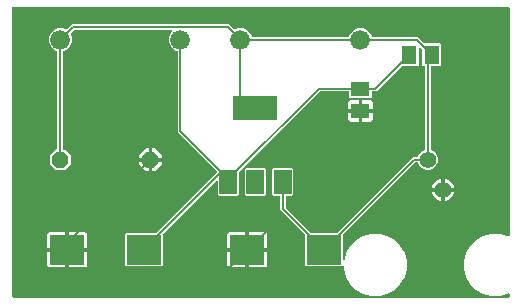
<source format=gbr>
G04 EAGLE Gerber RS-274X export*
G75*
%MOMM*%
%FSLAX34Y34*%
%LPD*%
%INTop Copper*%
%IPPOS*%
%AMOC8*
5,1,8,0,0,1.08239X$1,22.5*%
G01*
%ADD10P,1.539592X8X22.500000*%
%ADD11R,2.900000X2.500000*%
%ADD12C,1.676400*%
%ADD13R,1.500000X2.000000*%
%ADD14R,3.800000X2.000000*%
%ADD15R,1.300000X1.600000*%
%ADD16R,1.600000X1.300000*%
%ADD17C,1.397000*%
%ADD18C,0.152400*%

G36*
X430298Y10164D02*
X430298Y10164D01*
X430317Y10162D01*
X430419Y10184D01*
X430521Y10200D01*
X430538Y10210D01*
X430558Y10214D01*
X430647Y10267D01*
X430738Y10316D01*
X430752Y10330D01*
X430769Y10340D01*
X430836Y10419D01*
X430908Y10494D01*
X430916Y10512D01*
X430929Y10527D01*
X430968Y10623D01*
X431011Y10717D01*
X431013Y10737D01*
X431021Y10755D01*
X431039Y10922D01*
X431039Y13171D01*
X431024Y13265D01*
X431015Y13360D01*
X431004Y13386D01*
X431000Y13414D01*
X430955Y13498D01*
X430917Y13586D01*
X430898Y13606D01*
X430884Y13631D01*
X430815Y13697D01*
X430751Y13768D01*
X430727Y13781D01*
X430706Y13801D01*
X430620Y13841D01*
X430536Y13887D01*
X430509Y13892D01*
X430483Y13904D01*
X430388Y13915D01*
X430295Y13932D01*
X430267Y13928D01*
X430239Y13931D01*
X430145Y13911D01*
X430051Y13898D01*
X430019Y13884D01*
X429998Y13879D01*
X429970Y13862D01*
X429897Y13830D01*
X429296Y13484D01*
X422578Y11683D01*
X415622Y11683D01*
X408903Y13484D01*
X402880Y16961D01*
X397961Y21880D01*
X394484Y27903D01*
X392683Y34622D01*
X392683Y41578D01*
X394484Y48297D01*
X397961Y54320D01*
X402880Y59239D01*
X408903Y62716D01*
X415622Y64517D01*
X422578Y64517D01*
X429296Y62716D01*
X429897Y62370D01*
X429987Y62336D01*
X430073Y62296D01*
X430101Y62293D01*
X430127Y62283D01*
X430223Y62279D01*
X430317Y62269D01*
X430345Y62275D01*
X430373Y62274D01*
X430465Y62301D01*
X430558Y62321D01*
X430582Y62335D01*
X430609Y62343D01*
X430687Y62398D01*
X430769Y62447D01*
X430787Y62468D01*
X430810Y62485D01*
X430867Y62561D01*
X430929Y62634D01*
X430939Y62660D01*
X430956Y62683D01*
X430985Y62773D01*
X431021Y62862D01*
X431025Y62897D01*
X431031Y62917D01*
X431031Y62950D01*
X431039Y63029D01*
X431039Y255678D01*
X431036Y255698D01*
X431038Y255717D01*
X431016Y255819D01*
X431000Y255921D01*
X430990Y255938D01*
X430986Y255958D01*
X430933Y256047D01*
X430884Y256138D01*
X430870Y256152D01*
X430860Y256169D01*
X430781Y256236D01*
X430706Y256308D01*
X430688Y256316D01*
X430673Y256329D01*
X430577Y256368D01*
X430483Y256411D01*
X430463Y256413D01*
X430445Y256421D01*
X430278Y256439D01*
X10922Y256439D01*
X10902Y256436D01*
X10883Y256438D01*
X10781Y256416D01*
X10679Y256400D01*
X10662Y256390D01*
X10642Y256386D01*
X10553Y256333D01*
X10462Y256284D01*
X10448Y256270D01*
X10431Y256260D01*
X10364Y256181D01*
X10292Y256106D01*
X10284Y256088D01*
X10271Y256073D01*
X10232Y255977D01*
X10189Y255883D01*
X10187Y255863D01*
X10179Y255845D01*
X10161Y255678D01*
X10161Y10922D01*
X10164Y10902D01*
X10162Y10883D01*
X10184Y10781D01*
X10200Y10679D01*
X10210Y10662D01*
X10214Y10642D01*
X10267Y10553D01*
X10316Y10462D01*
X10330Y10448D01*
X10340Y10431D01*
X10419Y10364D01*
X10494Y10292D01*
X10512Y10284D01*
X10527Y10271D01*
X10623Y10232D01*
X10717Y10189D01*
X10737Y10187D01*
X10755Y10179D01*
X10922Y10161D01*
X430278Y10161D01*
X430298Y10164D01*
G37*
%LPC*%
G36*
X314022Y11683D02*
X314022Y11683D01*
X307303Y13484D01*
X301280Y16961D01*
X296361Y21880D01*
X292884Y27903D01*
X291083Y34622D01*
X291083Y37089D01*
X291072Y37160D01*
X291070Y37232D01*
X291052Y37281D01*
X291044Y37332D01*
X291010Y37395D01*
X290985Y37463D01*
X290953Y37503D01*
X290928Y37549D01*
X290876Y37599D01*
X290832Y37655D01*
X290788Y37683D01*
X290750Y37719D01*
X290685Y37749D01*
X290625Y37788D01*
X290574Y37800D01*
X290527Y37822D01*
X290456Y37830D01*
X290386Y37848D01*
X290334Y37844D01*
X290283Y37849D01*
X290212Y37834D01*
X290141Y37829D01*
X290093Y37808D01*
X290042Y37797D01*
X289981Y37760D01*
X289915Y37732D01*
X289859Y37687D01*
X289831Y37671D01*
X289816Y37653D01*
X289784Y37627D01*
X288932Y36775D01*
X258668Y36775D01*
X257775Y37668D01*
X257775Y63287D01*
X257761Y63378D01*
X257753Y63468D01*
X257741Y63498D01*
X257736Y63530D01*
X257693Y63611D01*
X257657Y63695D01*
X257631Y63727D01*
X257620Y63748D01*
X257597Y63770D01*
X257552Y63826D01*
X236981Y84397D01*
X236981Y95914D01*
X236978Y95934D01*
X236980Y95953D01*
X236958Y96055D01*
X236942Y96157D01*
X236932Y96174D01*
X236928Y96194D01*
X236875Y96283D01*
X236826Y96374D01*
X236812Y96388D01*
X236802Y96405D01*
X236723Y96472D01*
X236648Y96544D01*
X236630Y96552D01*
X236615Y96565D01*
X236519Y96604D01*
X236425Y96647D01*
X236405Y96649D01*
X236387Y96657D01*
X236220Y96675D01*
X230768Y96675D01*
X229875Y97568D01*
X229875Y118832D01*
X230768Y119725D01*
X247032Y119725D01*
X247925Y118832D01*
X247925Y97568D01*
X247032Y96675D01*
X242316Y96675D01*
X242296Y96672D01*
X242277Y96674D01*
X242175Y96652D01*
X242073Y96636D01*
X242056Y96626D01*
X242036Y96622D01*
X241947Y96569D01*
X241856Y96520D01*
X241842Y96506D01*
X241825Y96496D01*
X241758Y96417D01*
X241686Y96342D01*
X241678Y96324D01*
X241665Y96309D01*
X241626Y96213D01*
X241583Y96119D01*
X241581Y96099D01*
X241573Y96081D01*
X241555Y95914D01*
X241555Y86607D01*
X241569Y86516D01*
X241577Y86426D01*
X241589Y86396D01*
X241594Y86364D01*
X241637Y86283D01*
X241673Y86199D01*
X241699Y86167D01*
X241710Y86146D01*
X241733Y86124D01*
X241778Y86068D01*
X262798Y65048D01*
X262872Y64995D01*
X262942Y64935D01*
X262972Y64923D01*
X262998Y64904D01*
X263085Y64877D01*
X263170Y64843D01*
X263211Y64839D01*
X263233Y64832D01*
X263265Y64833D01*
X263337Y64825D01*
X284276Y64825D01*
X284366Y64839D01*
X284457Y64847D01*
X284486Y64859D01*
X284518Y64864D01*
X284599Y64907D01*
X284683Y64943D01*
X284715Y64969D01*
X284736Y64980D01*
X284758Y65003D01*
X284814Y65048D01*
X349053Y129287D01*
X353178Y129287D01*
X353292Y129306D01*
X353409Y129323D01*
X353414Y129325D01*
X353420Y129326D01*
X353523Y129381D01*
X353628Y129434D01*
X353632Y129439D01*
X353638Y129442D01*
X353718Y129526D01*
X353800Y129610D01*
X353804Y129616D01*
X353807Y129620D01*
X353815Y129637D01*
X353881Y129757D01*
X354736Y131820D01*
X357130Y134214D01*
X359193Y135069D01*
X359293Y135131D01*
X359349Y135161D01*
X359358Y135170D01*
X359393Y135191D01*
X359397Y135195D01*
X359402Y135199D01*
X359477Y135289D01*
X359553Y135377D01*
X359555Y135383D01*
X359559Y135388D01*
X359601Y135497D01*
X359645Y135606D01*
X359646Y135613D01*
X359647Y135618D01*
X359648Y135636D01*
X359663Y135772D01*
X359663Y205614D01*
X359660Y205634D01*
X359662Y205653D01*
X359640Y205755D01*
X359624Y205857D01*
X359614Y205874D01*
X359610Y205894D01*
X359557Y205983D01*
X359508Y206074D01*
X359494Y206088D01*
X359484Y206105D01*
X359405Y206172D01*
X359330Y206244D01*
X359312Y206252D01*
X359297Y206265D01*
X359201Y206304D01*
X359107Y206347D01*
X359087Y206349D01*
X359069Y206357D01*
X358902Y206375D01*
X357968Y206375D01*
X357075Y207268D01*
X357075Y220376D01*
X357061Y220466D01*
X357053Y220557D01*
X357041Y220586D01*
X357036Y220618D01*
X356993Y220699D01*
X356957Y220783D01*
X356931Y220815D01*
X356920Y220836D01*
X356897Y220858D01*
X356852Y220914D01*
X355424Y222342D01*
X355366Y222384D01*
X355314Y222433D01*
X355267Y222455D01*
X355225Y222485D01*
X355156Y222506D01*
X355091Y222537D01*
X355039Y222542D01*
X354989Y222558D01*
X354918Y222556D01*
X354847Y222564D01*
X354796Y222553D01*
X354744Y222551D01*
X354676Y222527D01*
X354606Y222512D01*
X354562Y222485D01*
X354513Y222467D01*
X354457Y222422D01*
X354395Y222385D01*
X354361Y222346D01*
X354321Y222313D01*
X354282Y222253D01*
X354235Y222198D01*
X354216Y222150D01*
X354188Y222106D01*
X354170Y222037D01*
X354143Y221970D01*
X354135Y221899D01*
X354127Y221868D01*
X354129Y221844D01*
X354125Y221804D01*
X354125Y207268D01*
X353232Y206375D01*
X340124Y206375D01*
X340034Y206361D01*
X339943Y206353D01*
X339914Y206341D01*
X339882Y206336D01*
X339801Y206293D01*
X339717Y206257D01*
X339685Y206231D01*
X339664Y206220D01*
X339642Y206197D01*
X339586Y206152D01*
X318447Y185013D01*
X315086Y185013D01*
X315066Y185010D01*
X315047Y185012D01*
X314945Y184990D01*
X314843Y184974D01*
X314826Y184964D01*
X314806Y184960D01*
X314717Y184907D01*
X314626Y184858D01*
X314612Y184844D01*
X314595Y184834D01*
X314528Y184755D01*
X314456Y184680D01*
X314448Y184662D01*
X314435Y184647D01*
X314396Y184551D01*
X314353Y184457D01*
X314351Y184437D01*
X314343Y184419D01*
X314325Y184252D01*
X314325Y180168D01*
X313432Y179275D01*
X296168Y179275D01*
X295275Y180168D01*
X295275Y184252D01*
X295272Y184272D01*
X295274Y184291D01*
X295252Y184393D01*
X295236Y184495D01*
X295226Y184512D01*
X295222Y184532D01*
X295169Y184621D01*
X295120Y184712D01*
X295106Y184726D01*
X295096Y184743D01*
X295017Y184810D01*
X294942Y184882D01*
X294924Y184890D01*
X294909Y184903D01*
X294813Y184942D01*
X294719Y184985D01*
X294699Y184987D01*
X294681Y184995D01*
X294514Y185013D01*
X270763Y185013D01*
X270672Y184999D01*
X270582Y184991D01*
X270552Y184979D01*
X270520Y184974D01*
X270439Y184931D01*
X270355Y184895D01*
X270323Y184869D01*
X270302Y184858D01*
X270280Y184835D01*
X270224Y184790D01*
X202148Y116714D01*
X202095Y116640D01*
X202035Y116570D01*
X202023Y116540D01*
X202004Y116514D01*
X201977Y116427D01*
X201943Y116342D01*
X201939Y116301D01*
X201932Y116279D01*
X201933Y116247D01*
X201925Y116176D01*
X201925Y97568D01*
X201032Y96675D01*
X184768Y96675D01*
X183875Y97568D01*
X183875Y108700D01*
X183864Y108770D01*
X183862Y108842D01*
X183844Y108891D01*
X183836Y108942D01*
X183802Y109006D01*
X183777Y109073D01*
X183745Y109114D01*
X183720Y109160D01*
X183668Y109209D01*
X183624Y109265D01*
X183580Y109293D01*
X183542Y109329D01*
X183477Y109359D01*
X183417Y109398D01*
X183366Y109411D01*
X183319Y109433D01*
X183248Y109441D01*
X183178Y109458D01*
X183126Y109454D01*
X183075Y109460D01*
X183004Y109445D01*
X182933Y109439D01*
X182885Y109419D01*
X182834Y109408D01*
X182773Y109371D01*
X182707Y109343D01*
X182651Y109298D01*
X182623Y109281D01*
X182608Y109264D01*
X182576Y109238D01*
X137648Y64310D01*
X137595Y64236D01*
X137535Y64166D01*
X137523Y64136D01*
X137504Y64110D01*
X137477Y64023D01*
X137443Y63938D01*
X137439Y63897D01*
X137432Y63875D01*
X137433Y63843D01*
X137425Y63771D01*
X137425Y37668D01*
X136532Y36775D01*
X106268Y36775D01*
X105375Y37668D01*
X105375Y63932D01*
X106268Y64825D01*
X131379Y64825D01*
X131470Y64839D01*
X131560Y64847D01*
X131590Y64859D01*
X131622Y64864D01*
X131703Y64907D01*
X131787Y64943D01*
X131819Y64969D01*
X131840Y64980D01*
X131862Y65003D01*
X131918Y65048D01*
X183080Y116210D01*
X183091Y116226D01*
X183107Y116238D01*
X183136Y116284D01*
X183159Y116308D01*
X183174Y116341D01*
X183223Y116409D01*
X183229Y116428D01*
X183240Y116445D01*
X183260Y116527D01*
X183262Y116531D01*
X183263Y116537D01*
X183265Y116546D01*
X183296Y116645D01*
X183295Y116664D01*
X183300Y116684D01*
X183292Y116787D01*
X183289Y116890D01*
X183282Y116909D01*
X183281Y116929D01*
X183241Y117024D01*
X183205Y117121D01*
X183192Y117137D01*
X183185Y117155D01*
X183080Y117286D01*
X150113Y150253D01*
X150113Y218316D01*
X150094Y218430D01*
X150077Y218547D01*
X150075Y218552D01*
X150074Y218558D01*
X150019Y218661D01*
X149966Y218766D01*
X149961Y218770D01*
X149958Y218776D01*
X149874Y218856D01*
X149790Y218938D01*
X149784Y218942D01*
X149780Y218945D01*
X149763Y218953D01*
X149643Y219019D01*
X146788Y220201D01*
X144001Y222988D01*
X142493Y226629D01*
X142493Y230571D01*
X144001Y234212D01*
X145472Y235682D01*
X145513Y235740D01*
X145563Y235792D01*
X145585Y235839D01*
X145615Y235881D01*
X145636Y235950D01*
X145666Y236015D01*
X145672Y236067D01*
X145687Y236117D01*
X145686Y236188D01*
X145693Y236259D01*
X145682Y236310D01*
X145681Y236362D01*
X145656Y236430D01*
X145641Y236500D01*
X145614Y236545D01*
X145597Y236593D01*
X145552Y236649D01*
X145515Y236711D01*
X145475Y236745D01*
X145443Y236785D01*
X145383Y236824D01*
X145328Y236871D01*
X145280Y236890D01*
X145236Y236918D01*
X145167Y236936D01*
X145100Y236963D01*
X145029Y236971D01*
X144997Y236979D01*
X144974Y236977D01*
X144933Y236981D01*
X62731Y236981D01*
X62640Y236967D01*
X62550Y236959D01*
X62520Y236947D01*
X62488Y236942D01*
X62407Y236899D01*
X62323Y236863D01*
X62291Y236837D01*
X62270Y236826D01*
X62248Y236803D01*
X62192Y236758D01*
X59689Y234255D01*
X59621Y234161D01*
X59551Y234067D01*
X59549Y234061D01*
X59546Y234056D01*
X59511Y233944D01*
X59475Y233833D01*
X59475Y233826D01*
X59473Y233820D01*
X59476Y233704D01*
X59477Y233587D01*
X59479Y233580D01*
X59480Y233575D01*
X59486Y233557D01*
X59524Y233426D01*
X60707Y230571D01*
X60707Y226629D01*
X59199Y222988D01*
X56412Y220201D01*
X53049Y218808D01*
X52949Y218747D01*
X52849Y218687D01*
X52845Y218682D01*
X52840Y218679D01*
X52765Y218589D01*
X52689Y218500D01*
X52687Y218494D01*
X52683Y218489D01*
X52641Y218381D01*
X52597Y218272D01*
X52596Y218264D01*
X52595Y218260D01*
X52594Y218241D01*
X52579Y218105D01*
X52579Y136398D01*
X52582Y136378D01*
X52580Y136359D01*
X52602Y136257D01*
X52618Y136155D01*
X52628Y136138D01*
X52632Y136118D01*
X52685Y136029D01*
X52734Y135938D01*
X52748Y135924D01*
X52758Y135907D01*
X52837Y135840D01*
X52912Y135768D01*
X52930Y135760D01*
X52945Y135747D01*
X53041Y135708D01*
X53135Y135665D01*
X53155Y135663D01*
X53173Y135655D01*
X53340Y135637D01*
X54377Y135637D01*
X59437Y130577D01*
X59437Y123423D01*
X54377Y118363D01*
X47223Y118363D01*
X42163Y123423D01*
X42163Y130577D01*
X47223Y135637D01*
X47244Y135637D01*
X47264Y135640D01*
X47283Y135638D01*
X47385Y135660D01*
X47487Y135676D01*
X47504Y135686D01*
X47524Y135690D01*
X47613Y135743D01*
X47704Y135792D01*
X47718Y135806D01*
X47735Y135816D01*
X47802Y135895D01*
X47874Y135970D01*
X47882Y135988D01*
X47895Y136003D01*
X47934Y136099D01*
X47977Y136193D01*
X47979Y136213D01*
X47987Y136231D01*
X48005Y136398D01*
X48005Y218526D01*
X47986Y218641D01*
X47969Y218757D01*
X47967Y218763D01*
X47966Y218769D01*
X47911Y218871D01*
X47858Y218976D01*
X47853Y218981D01*
X47850Y218986D01*
X47766Y219066D01*
X47682Y219148D01*
X47676Y219152D01*
X47672Y219155D01*
X47655Y219163D01*
X47535Y219229D01*
X45188Y220201D01*
X42401Y222988D01*
X40893Y226629D01*
X40893Y230571D01*
X42401Y234212D01*
X45188Y236999D01*
X48829Y238507D01*
X52771Y238507D01*
X55626Y237324D01*
X55739Y237297D01*
X55853Y237269D01*
X55859Y237269D01*
X55865Y237268D01*
X55982Y237279D01*
X56098Y237288D01*
X56104Y237290D01*
X56110Y237291D01*
X56218Y237339D01*
X56324Y237384D01*
X56330Y237389D01*
X56335Y237391D01*
X56348Y237404D01*
X56455Y237489D01*
X60521Y241555D01*
X193479Y241555D01*
X195042Y239992D01*
X197545Y237489D01*
X197639Y237421D01*
X197733Y237351D01*
X197739Y237349D01*
X197744Y237346D01*
X197856Y237311D01*
X197967Y237275D01*
X197974Y237275D01*
X197980Y237273D01*
X198096Y237276D01*
X198213Y237277D01*
X198220Y237279D01*
X198225Y237280D01*
X198243Y237286D01*
X198374Y237324D01*
X201229Y238507D01*
X205171Y238507D01*
X208812Y236999D01*
X211599Y234212D01*
X212781Y231357D01*
X212843Y231257D01*
X212903Y231157D01*
X212907Y231153D01*
X212911Y231148D01*
X213001Y231073D01*
X213090Y230997D01*
X213095Y230995D01*
X213100Y230991D01*
X213209Y230949D01*
X213318Y230905D01*
X213325Y230904D01*
X213330Y230903D01*
X213348Y230902D01*
X213484Y230887D01*
X294516Y230887D01*
X294630Y230906D01*
X294747Y230923D01*
X294752Y230925D01*
X294758Y230926D01*
X294861Y230981D01*
X294966Y231034D01*
X294970Y231039D01*
X294976Y231042D01*
X295056Y231126D01*
X295138Y231210D01*
X295142Y231216D01*
X295145Y231220D01*
X295153Y231237D01*
X295219Y231357D01*
X296401Y234212D01*
X299188Y236999D01*
X302829Y238507D01*
X306771Y238507D01*
X310412Y236999D01*
X313199Y234212D01*
X314381Y231357D01*
X314443Y231257D01*
X314503Y231157D01*
X314507Y231153D01*
X314511Y231148D01*
X314601Y231073D01*
X314690Y230997D01*
X314695Y230995D01*
X314700Y230991D01*
X314809Y230949D01*
X314918Y230905D01*
X314925Y230904D01*
X314930Y230903D01*
X314948Y230902D01*
X315084Y230887D01*
X353347Y230887D01*
X354910Y229324D01*
X358586Y225648D01*
X358660Y225595D01*
X358730Y225535D01*
X358760Y225523D01*
X358786Y225504D01*
X358873Y225477D01*
X358958Y225443D01*
X358999Y225439D01*
X359021Y225432D01*
X359053Y225433D01*
X359124Y225425D01*
X372232Y225425D01*
X373125Y224532D01*
X373125Y207268D01*
X372232Y206375D01*
X364998Y206375D01*
X364978Y206372D01*
X364959Y206374D01*
X364857Y206352D01*
X364755Y206336D01*
X364738Y206326D01*
X364718Y206322D01*
X364629Y206269D01*
X364538Y206220D01*
X364524Y206206D01*
X364507Y206196D01*
X364440Y206117D01*
X364368Y206042D01*
X364360Y206024D01*
X364347Y206009D01*
X364308Y205913D01*
X364265Y205819D01*
X364263Y205799D01*
X364255Y205781D01*
X364237Y205614D01*
X364237Y135772D01*
X364256Y135658D01*
X364273Y135541D01*
X364275Y135536D01*
X364276Y135530D01*
X364331Y135427D01*
X364384Y135322D01*
X364389Y135318D01*
X364392Y135312D01*
X364428Y135277D01*
X364429Y135276D01*
X364434Y135272D01*
X364476Y135232D01*
X364560Y135150D01*
X364566Y135146D01*
X364570Y135143D01*
X364587Y135135D01*
X364607Y135124D01*
X364616Y135116D01*
X364635Y135109D01*
X364707Y135069D01*
X366770Y134214D01*
X369164Y131820D01*
X370460Y128693D01*
X370460Y125307D01*
X369164Y122180D01*
X366770Y119786D01*
X363643Y118490D01*
X360257Y118490D01*
X357130Y119786D01*
X354736Y122180D01*
X353881Y124243D01*
X353819Y124343D01*
X353759Y124443D01*
X353755Y124447D01*
X353751Y124452D01*
X353661Y124527D01*
X353573Y124603D01*
X353567Y124605D01*
X353562Y124609D01*
X353453Y124651D01*
X353344Y124695D01*
X353337Y124696D01*
X353332Y124697D01*
X353314Y124698D01*
X353178Y124713D01*
X351263Y124713D01*
X351172Y124699D01*
X351082Y124691D01*
X351052Y124679D01*
X351020Y124674D01*
X350939Y124631D01*
X350855Y124595D01*
X350823Y124569D01*
X350802Y124558D01*
X350780Y124535D01*
X350724Y124490D01*
X290048Y63814D01*
X289995Y63740D01*
X289935Y63670D01*
X289923Y63640D01*
X289904Y63614D01*
X289877Y63527D01*
X289843Y63442D01*
X289839Y63401D01*
X289832Y63379D01*
X289833Y63347D01*
X289825Y63276D01*
X289825Y42663D01*
X289829Y42639D01*
X289826Y42615D01*
X289848Y42518D01*
X289864Y42420D01*
X289876Y42399D01*
X289881Y42376D01*
X289933Y42291D01*
X289980Y42203D01*
X289997Y42186D01*
X290010Y42166D01*
X290086Y42102D01*
X290158Y42034D01*
X290180Y42023D01*
X290198Y42008D01*
X290291Y41972D01*
X290381Y41930D01*
X290405Y41927D01*
X290427Y41919D01*
X290527Y41914D01*
X290625Y41903D01*
X290649Y41908D01*
X290673Y41907D01*
X290769Y41934D01*
X290866Y41955D01*
X290886Y41967D01*
X290910Y41974D01*
X290992Y42030D01*
X291077Y42081D01*
X291093Y42100D01*
X291112Y42113D01*
X291172Y42193D01*
X291237Y42268D01*
X291246Y42291D01*
X291260Y42310D01*
X291321Y42466D01*
X292884Y48297D01*
X296361Y54320D01*
X301280Y59239D01*
X307303Y62716D01*
X314022Y64517D01*
X320978Y64517D01*
X327697Y62716D01*
X333720Y59239D01*
X338639Y54320D01*
X342116Y48297D01*
X343917Y41578D01*
X343917Y34622D01*
X342116Y27903D01*
X338639Y21880D01*
X333720Y16961D01*
X327697Y13484D01*
X320978Y11683D01*
X314022Y11683D01*
G37*
%LPD*%
%LPC*%
G36*
X207768Y96675D02*
X207768Y96675D01*
X206875Y97568D01*
X206875Y118832D01*
X207768Y119725D01*
X224032Y119725D01*
X224925Y118832D01*
X224925Y97568D01*
X224032Y96675D01*
X207768Y96675D01*
G37*
%LPD*%
%LPC*%
G36*
X57923Y52323D02*
X57923Y52323D01*
X57923Y65841D01*
X71234Y65841D01*
X71881Y65668D01*
X72460Y65333D01*
X72933Y64860D01*
X73268Y64281D01*
X73441Y63634D01*
X73441Y52323D01*
X57923Y52323D01*
G37*
%LPD*%
%LPC*%
G36*
X210323Y52323D02*
X210323Y52323D01*
X210323Y65841D01*
X223634Y65841D01*
X224281Y65668D01*
X224860Y65333D01*
X225333Y64860D01*
X225668Y64281D01*
X225841Y63634D01*
X225841Y52323D01*
X210323Y52323D01*
G37*
%LPD*%
%LPC*%
G36*
X39359Y52323D02*
X39359Y52323D01*
X39359Y63634D01*
X39532Y64281D01*
X39867Y64860D01*
X40340Y65333D01*
X40919Y65668D01*
X41566Y65841D01*
X54877Y65841D01*
X54877Y52323D01*
X39359Y52323D01*
G37*
%LPD*%
%LPC*%
G36*
X191759Y52323D02*
X191759Y52323D01*
X191759Y63634D01*
X191932Y64281D01*
X192267Y64860D01*
X192740Y65333D01*
X193319Y65668D01*
X193966Y65841D01*
X207277Y65841D01*
X207277Y52323D01*
X191759Y52323D01*
G37*
%LPD*%
%LPC*%
G36*
X210323Y35759D02*
X210323Y35759D01*
X210323Y49277D01*
X225841Y49277D01*
X225841Y37966D01*
X225668Y37319D01*
X225333Y36740D01*
X224860Y36267D01*
X224281Y35932D01*
X223634Y35759D01*
X210323Y35759D01*
G37*
%LPD*%
%LPC*%
G36*
X57923Y35759D02*
X57923Y35759D01*
X57923Y49277D01*
X73441Y49277D01*
X73441Y37966D01*
X73268Y37319D01*
X72933Y36740D01*
X72460Y36267D01*
X71881Y35932D01*
X71234Y35759D01*
X57923Y35759D01*
G37*
%LPD*%
%LPC*%
G36*
X193966Y35759D02*
X193966Y35759D01*
X193319Y35932D01*
X192740Y36267D01*
X192267Y36740D01*
X191932Y37319D01*
X191759Y37966D01*
X191759Y49277D01*
X207277Y49277D01*
X207277Y35759D01*
X193966Y35759D01*
G37*
%LPD*%
%LPC*%
G36*
X41566Y35759D02*
X41566Y35759D01*
X40919Y35932D01*
X40340Y36267D01*
X39867Y36740D01*
X39532Y37319D01*
X39359Y37966D01*
X39359Y49277D01*
X54877Y49277D01*
X54877Y35759D01*
X41566Y35759D01*
G37*
%LPD*%
%LPC*%
G36*
X306323Y169823D02*
X306323Y169823D01*
X306323Y177341D01*
X313134Y177341D01*
X313781Y177168D01*
X314360Y176833D01*
X314833Y176360D01*
X315168Y175781D01*
X315341Y175134D01*
X315341Y169823D01*
X306323Y169823D01*
G37*
%LPD*%
%LPC*%
G36*
X294259Y169823D02*
X294259Y169823D01*
X294259Y175134D01*
X294432Y175781D01*
X294767Y176360D01*
X295240Y176833D01*
X295819Y177168D01*
X296466Y177341D01*
X303277Y177341D01*
X303277Y169823D01*
X294259Y169823D01*
G37*
%LPD*%
%LPC*%
G36*
X306323Y159259D02*
X306323Y159259D01*
X306323Y166777D01*
X315341Y166777D01*
X315341Y161466D01*
X315168Y160819D01*
X314833Y160240D01*
X314360Y159767D01*
X313781Y159432D01*
X313134Y159259D01*
X306323Y159259D01*
G37*
%LPD*%
%LPC*%
G36*
X296466Y159259D02*
X296466Y159259D01*
X295819Y159432D01*
X295240Y159767D01*
X294767Y160240D01*
X294432Y160819D01*
X294259Y161466D01*
X294259Y166777D01*
X303277Y166777D01*
X303277Y159259D01*
X296466Y159259D01*
G37*
%LPD*%
%LPC*%
G36*
X128523Y128523D02*
X128523Y128523D01*
X128523Y136653D01*
X130998Y136653D01*
X136653Y130998D01*
X136653Y128523D01*
X128523Y128523D01*
G37*
%LPD*%
%LPC*%
G36*
X117347Y128523D02*
X117347Y128523D01*
X117347Y130998D01*
X123002Y136653D01*
X125477Y136653D01*
X125477Y128523D01*
X117347Y128523D01*
G37*
%LPD*%
%LPC*%
G36*
X128523Y117347D02*
X128523Y117347D01*
X128523Y125477D01*
X136653Y125477D01*
X136653Y123002D01*
X130998Y117347D01*
X128523Y117347D01*
G37*
%LPD*%
%LPC*%
G36*
X123002Y117347D02*
X123002Y117347D01*
X117347Y123002D01*
X117347Y125477D01*
X125477Y125477D01*
X125477Y117347D01*
X123002Y117347D01*
G37*
%LPD*%
%LPC*%
G36*
X376173Y103123D02*
X376173Y103123D01*
X376173Y111009D01*
X377429Y110760D01*
X379162Y110042D01*
X380722Y108999D01*
X382049Y107672D01*
X383092Y106112D01*
X383810Y104379D01*
X384059Y103123D01*
X376173Y103123D01*
G37*
%LPD*%
%LPC*%
G36*
X365241Y103123D02*
X365241Y103123D01*
X365490Y104379D01*
X366208Y106112D01*
X367251Y107672D01*
X368578Y108999D01*
X370138Y110042D01*
X371871Y110760D01*
X373127Y111009D01*
X373127Y103123D01*
X365241Y103123D01*
G37*
%LPD*%
%LPC*%
G36*
X376173Y100077D02*
X376173Y100077D01*
X384059Y100077D01*
X383810Y98821D01*
X383092Y97088D01*
X382049Y95528D01*
X380722Y94201D01*
X379162Y93158D01*
X377429Y92440D01*
X376173Y92191D01*
X376173Y100077D01*
G37*
%LPD*%
%LPC*%
G36*
X371871Y92440D02*
X371871Y92440D01*
X370138Y93158D01*
X368578Y94201D01*
X367251Y95528D01*
X366208Y97088D01*
X365490Y98821D01*
X365241Y100077D01*
X373127Y100077D01*
X373127Y92191D01*
X371871Y92440D01*
G37*
%LPD*%
%LPC*%
G36*
X126999Y126999D02*
X126999Y126999D01*
X126999Y127001D01*
X127001Y127001D01*
X127001Y126999D01*
X126999Y126999D01*
G37*
%LPD*%
%LPC*%
G36*
X374649Y101599D02*
X374649Y101599D01*
X374649Y101601D01*
X374651Y101601D01*
X374651Y101599D01*
X374649Y101599D01*
G37*
%LPD*%
%LPC*%
G36*
X304799Y168299D02*
X304799Y168299D01*
X304799Y168301D01*
X304801Y168301D01*
X304801Y168299D01*
X304799Y168299D01*
G37*
%LPD*%
%LPC*%
G36*
X208799Y50799D02*
X208799Y50799D01*
X208799Y50801D01*
X208801Y50801D01*
X208801Y50799D01*
X208799Y50799D01*
G37*
%LPD*%
%LPC*%
G36*
X56399Y50799D02*
X56399Y50799D01*
X56399Y50801D01*
X56401Y50801D01*
X56401Y50799D01*
X56399Y50799D01*
G37*
%LPD*%
D10*
X50800Y127000D03*
X127000Y127000D03*
D11*
X273800Y50800D03*
X208800Y50800D03*
X121400Y50800D03*
X56400Y50800D03*
D12*
X304800Y228600D03*
X203200Y228600D03*
X152400Y228600D03*
X50800Y228600D03*
D13*
X192900Y108200D03*
X215900Y108200D03*
X238900Y108200D03*
D14*
X215900Y171200D03*
D15*
X346100Y215900D03*
X365100Y215900D03*
D16*
X304800Y168300D03*
X304800Y187300D03*
D17*
X374650Y101600D03*
X361950Y127000D03*
D18*
X304800Y167640D02*
X277368Y167640D01*
X227076Y117348D01*
X227076Y68580D01*
X210312Y51816D01*
X304800Y167640D02*
X304800Y168300D01*
X210312Y51816D02*
X208800Y50800D01*
X57912Y51816D02*
X57912Y57912D01*
X70104Y70104D02*
X127000Y127000D01*
X70104Y70104D02*
X57912Y57912D01*
X57912Y51816D02*
X56400Y50800D01*
X70104Y70104D02*
X104194Y36014D01*
X194014Y36014D01*
X208800Y50800D01*
X269500Y187300D02*
X304800Y187300D01*
X269500Y187300D02*
X192900Y110700D01*
X152400Y151200D02*
X152400Y228600D01*
X152400Y151200D02*
X192900Y110700D01*
X192900Y108200D01*
X185928Y115824D02*
X121920Y51816D01*
X185928Y115824D02*
X185928Y117348D01*
X121920Y51816D02*
X121400Y50800D01*
X192900Y108200D02*
X185928Y117348D01*
X304800Y187300D02*
X317500Y187300D01*
X346100Y215900D01*
X361950Y212750D02*
X365100Y215900D01*
X361950Y212750D02*
X361950Y127000D01*
X203200Y174900D02*
X203200Y228600D01*
X203200Y174900D02*
X206900Y171200D01*
X215900Y171200D01*
X203200Y228600D02*
X192532Y239268D01*
X61468Y239268D01*
X50800Y228600D01*
X50292Y228600D02*
X50292Y128016D01*
X50800Y127000D01*
X50800Y228600D02*
X50292Y228600D01*
X239268Y106680D02*
X239268Y85344D01*
X272796Y51816D01*
X239268Y106680D02*
X238900Y108200D01*
X272796Y51816D02*
X273800Y50800D01*
X304800Y228600D02*
X203200Y228600D01*
X350000Y127000D02*
X361950Y127000D01*
X350000Y127000D02*
X273800Y50800D01*
X365100Y215900D02*
X352400Y228600D01*
X304800Y228600D01*
M02*

</source>
